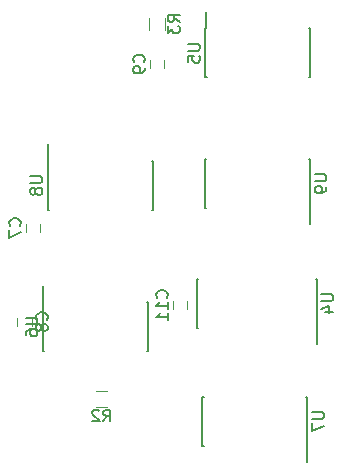
<source format=gbr>
G04 #@! TF.FileFunction,Legend,Bot*
%FSLAX46Y46*%
G04 Gerber Fmt 4.6, Leading zero omitted, Abs format (unit mm)*
G04 Created by KiCad (PCBNEW 4.0.7) date 07/13/18 16:04:22*
%MOMM*%
%LPD*%
G01*
G04 APERTURE LIST*
%ADD10C,0.100000*%
%ADD11C,0.120000*%
%ADD12C,0.150000*%
G04 APERTURE END LIST*
D10*
D11*
X79898800Y-60446400D02*
X79898800Y-59746400D01*
X78698800Y-59746400D02*
X78698800Y-60446400D01*
X77967280Y-67711840D02*
X77967280Y-68411840D01*
X79167280Y-68411840D02*
X79167280Y-67711840D01*
X90389000Y-46578000D02*
X90389000Y-45878000D01*
X89189000Y-45878000D02*
X89189000Y-46578000D01*
X85577300Y-73919800D02*
X84577300Y-73919800D01*
X84577300Y-75279800D02*
X85577300Y-75279800D01*
X89109000Y-42349800D02*
X89109000Y-43349800D01*
X90469000Y-43349800D02*
X90469000Y-42349800D01*
D12*
X93873400Y-43228440D02*
X93898400Y-43228440D01*
X93873400Y-47378440D02*
X93988400Y-47378440D01*
X102773400Y-47378440D02*
X102658400Y-47378440D01*
X102773400Y-43228440D02*
X102658400Y-43228440D01*
X93873400Y-43228440D02*
X93873400Y-47378440D01*
X102773400Y-43228440D02*
X102773400Y-47378440D01*
X93898400Y-43228440D02*
X93898400Y-41853440D01*
X80132000Y-66390700D02*
X80157000Y-66390700D01*
X80132000Y-70540700D02*
X80247000Y-70540700D01*
X89032000Y-70540700D02*
X88917000Y-70540700D01*
X89032000Y-66390700D02*
X88917000Y-66390700D01*
X80132000Y-66390700D02*
X80132000Y-70540700D01*
X89032000Y-66390700D02*
X89032000Y-70540700D01*
X80157000Y-66390700D02*
X80157000Y-65015700D01*
X102519400Y-78546780D02*
X102494400Y-78546780D01*
X102519400Y-74396780D02*
X102404400Y-74396780D01*
X93619400Y-74396780D02*
X93734400Y-74396780D01*
X93619400Y-78546780D02*
X93734400Y-78546780D01*
X102519400Y-78546780D02*
X102519400Y-74396780D01*
X93619400Y-78546780D02*
X93619400Y-74396780D01*
X102494400Y-78546780D02*
X102494400Y-79921780D01*
D11*
X92354960Y-67014840D02*
X92354960Y-66314840D01*
X91154960Y-66314840D02*
X91154960Y-67014840D01*
D12*
X103312040Y-68572200D02*
X103287040Y-68572200D01*
X103312040Y-64422200D02*
X103207040Y-64422200D01*
X93162040Y-64422200D02*
X93267040Y-64422200D01*
X93162040Y-68572200D02*
X93267040Y-68572200D01*
X103312040Y-68572200D02*
X103312040Y-64422200D01*
X93162040Y-68572200D02*
X93162040Y-64422200D01*
X103287040Y-68572200D02*
X103287040Y-69947200D01*
X80528240Y-54414600D02*
X80553240Y-54414600D01*
X80528240Y-58564600D02*
X80643240Y-58564600D01*
X89428240Y-58564600D02*
X89313240Y-58564600D01*
X89428240Y-54414600D02*
X89313240Y-54414600D01*
X80528240Y-54414600D02*
X80528240Y-58564600D01*
X89428240Y-54414600D02*
X89428240Y-58564600D01*
X80553240Y-54414600D02*
X80553240Y-53039600D01*
X102748000Y-58424900D02*
X102723000Y-58424900D01*
X102748000Y-54274900D02*
X102633000Y-54274900D01*
X93848000Y-54274900D02*
X93963000Y-54274900D01*
X93848000Y-58424900D02*
X93963000Y-58424900D01*
X102748000Y-58424900D02*
X102748000Y-54274900D01*
X93848000Y-58424900D02*
X93848000Y-54274900D01*
X102723000Y-58424900D02*
X102723000Y-59799900D01*
X78155943Y-59929734D02*
X78203562Y-59882115D01*
X78251181Y-59739258D01*
X78251181Y-59644020D01*
X78203562Y-59501162D01*
X78108324Y-59405924D01*
X78013086Y-59358305D01*
X77822610Y-59310686D01*
X77679752Y-59310686D01*
X77489276Y-59358305D01*
X77394038Y-59405924D01*
X77298800Y-59501162D01*
X77251181Y-59644020D01*
X77251181Y-59739258D01*
X77298800Y-59882115D01*
X77346419Y-59929734D01*
X77251181Y-60263067D02*
X77251181Y-60929734D01*
X78251181Y-60501162D01*
X80424423Y-67895174D02*
X80472042Y-67847555D01*
X80519661Y-67704698D01*
X80519661Y-67609460D01*
X80472042Y-67466602D01*
X80376804Y-67371364D01*
X80281566Y-67323745D01*
X80091090Y-67276126D01*
X79948232Y-67276126D01*
X79757756Y-67323745D01*
X79662518Y-67371364D01*
X79567280Y-67466602D01*
X79519661Y-67609460D01*
X79519661Y-67704698D01*
X79567280Y-67847555D01*
X79614899Y-67895174D01*
X79948232Y-68466602D02*
X79900613Y-68371364D01*
X79852994Y-68323745D01*
X79757756Y-68276126D01*
X79710137Y-68276126D01*
X79614899Y-68323745D01*
X79567280Y-68371364D01*
X79519661Y-68466602D01*
X79519661Y-68657079D01*
X79567280Y-68752317D01*
X79614899Y-68799936D01*
X79710137Y-68847555D01*
X79757756Y-68847555D01*
X79852994Y-68799936D01*
X79900613Y-68752317D01*
X79948232Y-68657079D01*
X79948232Y-68466602D01*
X79995851Y-68371364D01*
X80043470Y-68323745D01*
X80138709Y-68276126D01*
X80329185Y-68276126D01*
X80424423Y-68323745D01*
X80472042Y-68371364D01*
X80519661Y-68466602D01*
X80519661Y-68657079D01*
X80472042Y-68752317D01*
X80424423Y-68799936D01*
X80329185Y-68847555D01*
X80138709Y-68847555D01*
X80043470Y-68799936D01*
X79995851Y-68752317D01*
X79948232Y-68657079D01*
X88646143Y-46061334D02*
X88693762Y-46013715D01*
X88741381Y-45870858D01*
X88741381Y-45775620D01*
X88693762Y-45632762D01*
X88598524Y-45537524D01*
X88503286Y-45489905D01*
X88312810Y-45442286D01*
X88169952Y-45442286D01*
X87979476Y-45489905D01*
X87884238Y-45537524D01*
X87789000Y-45632762D01*
X87741381Y-45775620D01*
X87741381Y-45870858D01*
X87789000Y-46013715D01*
X87836619Y-46061334D01*
X88741381Y-46537524D02*
X88741381Y-46728000D01*
X88693762Y-46823239D01*
X88646143Y-46870858D01*
X88503286Y-46966096D01*
X88312810Y-47013715D01*
X87931857Y-47013715D01*
X87836619Y-46966096D01*
X87789000Y-46918477D01*
X87741381Y-46823239D01*
X87741381Y-46632762D01*
X87789000Y-46537524D01*
X87836619Y-46489905D01*
X87931857Y-46442286D01*
X88169952Y-46442286D01*
X88265190Y-46489905D01*
X88312810Y-46537524D01*
X88360429Y-46632762D01*
X88360429Y-46823239D01*
X88312810Y-46918477D01*
X88265190Y-46966096D01*
X88169952Y-47013715D01*
X85243966Y-76502181D02*
X85577300Y-76025990D01*
X85815395Y-76502181D02*
X85815395Y-75502181D01*
X85434442Y-75502181D01*
X85339204Y-75549800D01*
X85291585Y-75597419D01*
X85243966Y-75692657D01*
X85243966Y-75835514D01*
X85291585Y-75930752D01*
X85339204Y-75978371D01*
X85434442Y-76025990D01*
X85815395Y-76025990D01*
X84863014Y-75597419D02*
X84815395Y-75549800D01*
X84720157Y-75502181D01*
X84482061Y-75502181D01*
X84386823Y-75549800D01*
X84339204Y-75597419D01*
X84291585Y-75692657D01*
X84291585Y-75787895D01*
X84339204Y-75930752D01*
X84910633Y-76502181D01*
X84291585Y-76502181D01*
X91691381Y-42683134D02*
X91215190Y-42349800D01*
X91691381Y-42111705D02*
X90691381Y-42111705D01*
X90691381Y-42492658D01*
X90739000Y-42587896D01*
X90786619Y-42635515D01*
X90881857Y-42683134D01*
X91024714Y-42683134D01*
X91119952Y-42635515D01*
X91167571Y-42587896D01*
X91215190Y-42492658D01*
X91215190Y-42111705D01*
X90691381Y-43016467D02*
X90691381Y-43635515D01*
X91072333Y-43302181D01*
X91072333Y-43445039D01*
X91119952Y-43540277D01*
X91167571Y-43587896D01*
X91262810Y-43635515D01*
X91500905Y-43635515D01*
X91596143Y-43587896D01*
X91643762Y-43540277D01*
X91691381Y-43445039D01*
X91691381Y-43159324D01*
X91643762Y-43064086D01*
X91596143Y-43016467D01*
X92400781Y-44541535D02*
X93210305Y-44541535D01*
X93305543Y-44589154D01*
X93353162Y-44636773D01*
X93400781Y-44732011D01*
X93400781Y-44922488D01*
X93353162Y-45017726D01*
X93305543Y-45065345D01*
X93210305Y-45112964D01*
X92400781Y-45112964D01*
X92400781Y-46065345D02*
X92400781Y-45589154D01*
X92876971Y-45541535D01*
X92829352Y-45589154D01*
X92781733Y-45684392D01*
X92781733Y-45922488D01*
X92829352Y-46017726D01*
X92876971Y-46065345D01*
X92972210Y-46112964D01*
X93210305Y-46112964D01*
X93305543Y-46065345D01*
X93353162Y-46017726D01*
X93400781Y-45922488D01*
X93400781Y-45684392D01*
X93353162Y-45589154D01*
X93305543Y-45541535D01*
X78659381Y-67703795D02*
X79468905Y-67703795D01*
X79564143Y-67751414D01*
X79611762Y-67799033D01*
X79659381Y-67894271D01*
X79659381Y-68084748D01*
X79611762Y-68179986D01*
X79564143Y-68227605D01*
X79468905Y-68275224D01*
X78659381Y-68275224D01*
X78659381Y-69179986D02*
X78659381Y-68989509D01*
X78707000Y-68894271D01*
X78754619Y-68846652D01*
X78897476Y-68751414D01*
X79087952Y-68703795D01*
X79468905Y-68703795D01*
X79564143Y-68751414D01*
X79611762Y-68799033D01*
X79659381Y-68894271D01*
X79659381Y-69084748D01*
X79611762Y-69179986D01*
X79564143Y-69227605D01*
X79468905Y-69275224D01*
X79230810Y-69275224D01*
X79135571Y-69227605D01*
X79087952Y-69179986D01*
X79040333Y-69084748D01*
X79040333Y-68894271D01*
X79087952Y-68799033D01*
X79135571Y-68751414D01*
X79230810Y-68703795D01*
X102896781Y-75709875D02*
X103706305Y-75709875D01*
X103801543Y-75757494D01*
X103849162Y-75805113D01*
X103896781Y-75900351D01*
X103896781Y-76090828D01*
X103849162Y-76186066D01*
X103801543Y-76233685D01*
X103706305Y-76281304D01*
X102896781Y-76281304D01*
X102896781Y-76662256D02*
X102896781Y-77328923D01*
X103896781Y-76900351D01*
X90612103Y-66021983D02*
X90659722Y-65974364D01*
X90707341Y-65831507D01*
X90707341Y-65736269D01*
X90659722Y-65593411D01*
X90564484Y-65498173D01*
X90469246Y-65450554D01*
X90278770Y-65402935D01*
X90135912Y-65402935D01*
X89945436Y-65450554D01*
X89850198Y-65498173D01*
X89754960Y-65593411D01*
X89707341Y-65736269D01*
X89707341Y-65831507D01*
X89754960Y-65974364D01*
X89802579Y-66021983D01*
X90707341Y-66974364D02*
X90707341Y-66402935D01*
X90707341Y-66688649D02*
X89707341Y-66688649D01*
X89850198Y-66593411D01*
X89945436Y-66498173D01*
X89993055Y-66402935D01*
X90707341Y-67926745D02*
X90707341Y-67355316D01*
X90707341Y-67641030D02*
X89707341Y-67641030D01*
X89850198Y-67545792D01*
X89945436Y-67450554D01*
X89993055Y-67355316D01*
X103689421Y-65735295D02*
X104498945Y-65735295D01*
X104594183Y-65782914D01*
X104641802Y-65830533D01*
X104689421Y-65925771D01*
X104689421Y-66116248D01*
X104641802Y-66211486D01*
X104594183Y-66259105D01*
X104498945Y-66306724D01*
X103689421Y-66306724D01*
X104022754Y-67211486D02*
X104689421Y-67211486D01*
X103641802Y-66973390D02*
X104356088Y-66735295D01*
X104356088Y-67354343D01*
X79055621Y-55727695D02*
X79865145Y-55727695D01*
X79960383Y-55775314D01*
X80008002Y-55822933D01*
X80055621Y-55918171D01*
X80055621Y-56108648D01*
X80008002Y-56203886D01*
X79960383Y-56251505D01*
X79865145Y-56299124D01*
X79055621Y-56299124D01*
X79484192Y-56918171D02*
X79436573Y-56822933D01*
X79388954Y-56775314D01*
X79293716Y-56727695D01*
X79246097Y-56727695D01*
X79150859Y-56775314D01*
X79103240Y-56822933D01*
X79055621Y-56918171D01*
X79055621Y-57108648D01*
X79103240Y-57203886D01*
X79150859Y-57251505D01*
X79246097Y-57299124D01*
X79293716Y-57299124D01*
X79388954Y-57251505D01*
X79436573Y-57203886D01*
X79484192Y-57108648D01*
X79484192Y-56918171D01*
X79531811Y-56822933D01*
X79579430Y-56775314D01*
X79674669Y-56727695D01*
X79865145Y-56727695D01*
X79960383Y-56775314D01*
X80008002Y-56822933D01*
X80055621Y-56918171D01*
X80055621Y-57108648D01*
X80008002Y-57203886D01*
X79960383Y-57251505D01*
X79865145Y-57299124D01*
X79674669Y-57299124D01*
X79579430Y-57251505D01*
X79531811Y-57203886D01*
X79484192Y-57108648D01*
X103125381Y-55587995D02*
X103934905Y-55587995D01*
X104030143Y-55635614D01*
X104077762Y-55683233D01*
X104125381Y-55778471D01*
X104125381Y-55968948D01*
X104077762Y-56064186D01*
X104030143Y-56111805D01*
X103934905Y-56159424D01*
X103125381Y-56159424D01*
X104125381Y-56683233D02*
X104125381Y-56873709D01*
X104077762Y-56968948D01*
X104030143Y-57016567D01*
X103887286Y-57111805D01*
X103696810Y-57159424D01*
X103315857Y-57159424D01*
X103220619Y-57111805D01*
X103173000Y-57064186D01*
X103125381Y-56968948D01*
X103125381Y-56778471D01*
X103173000Y-56683233D01*
X103220619Y-56635614D01*
X103315857Y-56587995D01*
X103553952Y-56587995D01*
X103649190Y-56635614D01*
X103696810Y-56683233D01*
X103744429Y-56778471D01*
X103744429Y-56968948D01*
X103696810Y-57064186D01*
X103649190Y-57111805D01*
X103553952Y-57159424D01*
M02*

</source>
